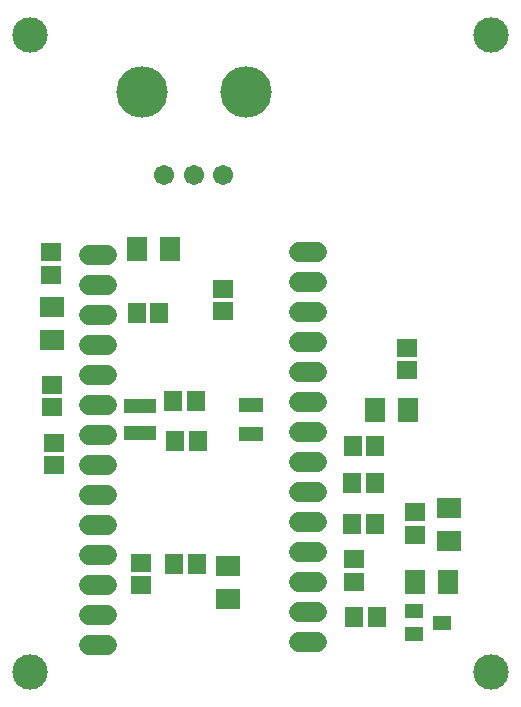
<source format=gbr>
G04 EAGLE Gerber RS-274X export*
G75*
%MOMM*%
%FSLAX34Y34*%
%LPD*%
%INSoldermask Top*%
%IPPOS*%
%AMOC8*
5,1,8,0,0,1.08239X$1,22.5*%
G01*
%ADD10C,3.003200*%
%ADD11R,1.703200X1.503200*%
%ADD12R,1.803200X2.003200*%
%ADD13R,1.503200X1.703200*%
%ADD14R,2.003200X1.803200*%
%ADD15C,1.727200*%
%ADD16R,2.743200X1.218200*%
%ADD17R,1.603200X1.203200*%
%ADD18R,2.006200X1.803200*%
%ADD19C,1.711200*%
%ADD20C,4.358200*%
%ADD21R,2.003200X1.203200*%


D10*
X30000Y570000D03*
X420000Y570000D03*
X420000Y30000D03*
X30000Y30000D03*
D11*
X48500Y254700D03*
X48500Y273700D03*
D12*
X322100Y252100D03*
X350100Y252100D03*
D11*
X349100Y304700D03*
X349100Y285700D03*
D13*
X152800Y226200D03*
X171800Y226200D03*
X151100Y259700D03*
X170100Y259700D03*
D11*
X49900Y205200D03*
X49900Y224200D03*
D14*
X48200Y311200D03*
X48200Y339200D03*
D11*
X356200Y165700D03*
X356200Y146700D03*
D12*
X355700Y106200D03*
X383700Y106200D03*
D13*
X151900Y121700D03*
X170900Y121700D03*
D11*
X123700Y122700D03*
X123700Y103700D03*
D12*
X120200Y388200D03*
X148200Y388200D03*
D13*
X139200Y334200D03*
X120200Y334200D03*
D11*
X303900Y106700D03*
X303900Y125700D03*
D15*
X95420Y383700D02*
X80180Y383700D01*
X80180Y358300D02*
X95420Y358300D01*
X95420Y332900D02*
X80180Y332900D01*
X80180Y307500D02*
X95420Y307500D01*
X95420Y282100D02*
X80180Y282100D01*
X80180Y256700D02*
X95420Y256700D01*
X95420Y231300D02*
X80180Y231300D01*
X80180Y205900D02*
X95420Y205900D01*
X95420Y180500D02*
X80180Y180500D01*
X80180Y155100D02*
X95420Y155100D01*
X95420Y129700D02*
X80180Y129700D01*
X80180Y104300D02*
X95420Y104300D01*
X95420Y78900D02*
X80180Y78900D01*
X80180Y53500D02*
X95420Y53500D01*
X257280Y55400D02*
X272520Y55400D01*
X272520Y80800D02*
X257280Y80800D01*
X257280Y106200D02*
X272520Y106200D01*
X272520Y131600D02*
X257280Y131600D01*
X257280Y157000D02*
X272520Y157000D01*
X272520Y182400D02*
X257280Y182400D01*
X257280Y207800D02*
X272520Y207800D01*
X272520Y233200D02*
X257280Y233200D01*
X257280Y258600D02*
X272520Y258600D01*
X272520Y284000D02*
X257280Y284000D01*
X257280Y309400D02*
X272520Y309400D01*
X272520Y334800D02*
X257280Y334800D01*
X257280Y360200D02*
X272520Y360200D01*
X272520Y385600D02*
X257280Y385600D01*
D16*
X122800Y255430D03*
X122800Y232570D03*
D17*
X378600Y72100D03*
X354600Y62600D03*
X354600Y81600D03*
D18*
X384800Y169420D03*
X384800Y140980D03*
D11*
X193300Y335700D03*
X193300Y354700D03*
D13*
X303400Y221700D03*
X322400Y221700D03*
X302900Y155700D03*
X321900Y155700D03*
X302900Y190700D03*
X321900Y190700D03*
D11*
X47700Y366700D03*
X47700Y385700D03*
D13*
X304400Y76700D03*
X323400Y76700D03*
D18*
X197600Y91980D03*
X197600Y120420D03*
D19*
X143700Y451400D03*
X168700Y451400D03*
X193700Y451400D03*
D20*
X124700Y521400D03*
X212700Y521400D03*
D21*
X217100Y256500D03*
X217100Y231500D03*
M02*

</source>
